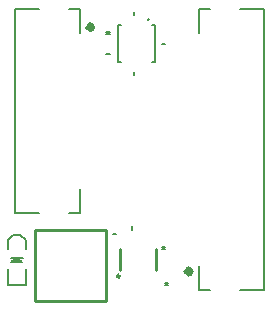
<source format=gto>
G04*
G04 #@! TF.GenerationSoftware,Altium Limited,Altium Designer,21.3.2 (30)*
G04*
G04 Layer_Color=65535*
%FSLAX44Y44*%
%MOMM*%
G71*
G04*
G04 #@! TF.SameCoordinates,B60BEB59-0ECC-4B8A-8E76-113AF4395072*
G04*
G04*
G04 #@! TF.FilePolarity,Positive*
G04*
G01*
G75*
%ADD10C,0.5000*%
%ADD11C,0.2540*%
%ADD12C,0.1500*%
%ADD13C,0.2000*%
%ADD14C,0.1778*%
%ADD15C,0.1524*%
%ADD16C,0.1270*%
D10*
X155036Y20394D02*
G03*
X155036Y20394I-1796J0D01*
G01*
X71646Y227266D02*
G03*
X71646Y227266I-1796J0D01*
G01*
D11*
X95250Y16510D02*
G03*
X95250Y16510I-1270J0D01*
G01*
X6350Y30226D02*
X7874Y30734D01*
X9398Y28956D01*
X5080Y29210D02*
X9398Y28956D01*
X125989Y21480D02*
Y39480D01*
X94989Y21480D02*
Y39480D01*
X83340Y-4600D02*
Y55400D01*
X23340Y-4600D02*
X83340D01*
X23340D02*
Y55400D01*
X83340D01*
D12*
X119969Y233761D02*
G03*
X119969Y233761I-749J0D01*
G01*
D13*
X162130Y222760D02*
Y243080D01*
X171020D01*
X196420D02*
X216740D01*
X196420Y4580D02*
X216740D01*
X162130D02*
Y24900D01*
Y4580D02*
X171020D01*
X216740D02*
Y243080D01*
X60960Y69580D02*
Y89900D01*
X52070Y69580D02*
X60960D01*
X6350D02*
X26670D01*
X6350Y243080D02*
X26670D01*
X60960Y222760D02*
Y243080D01*
X52070D02*
X60960D01*
X6350Y69580D02*
Y243080D01*
D14*
X0Y9398D02*
X15240D01*
Y22606D01*
X0Y9398D02*
Y22606D01*
Y46990D02*
X4572Y51562D01*
X0Y39116D02*
Y46990D01*
X15240Y39116D02*
X15240Y47244D01*
X10922Y51562D02*
X15240Y47244D01*
X4572Y51562D02*
X10922Y51562D01*
D15*
X3302Y28194D02*
X12192D01*
X7874Y32258D02*
X12192Y28194D01*
X2540Y32258D02*
X12700D01*
X3302Y28194D02*
X7366Y32258D01*
X122525Y229122D02*
X124982D01*
Y197598D02*
Y229122D01*
X122525Y197598D02*
X124982D01*
X93458Y229122D02*
X95915D01*
X93458Y197598D02*
Y229122D01*
Y197598D02*
X95915D01*
D16*
X130706Y39689D02*
X133479Y39689D01*
X130706Y41565D02*
X133479Y41565D01*
X105410Y55626D02*
Y58674D01*
X89154Y52039D02*
X92202D01*
X132992Y9209D02*
X136248Y9209D01*
X132992Y11085D02*
X136248Y11085D01*
X106680Y186436D02*
Y189484D01*
X83566Y204470D02*
X86614D01*
X83691Y223201D02*
X86464Y223201D01*
X83691Y221325D02*
X86464Y221325D01*
X130556Y213360D02*
X133604D01*
X106680Y237236D02*
Y240284D01*
M02*

</source>
